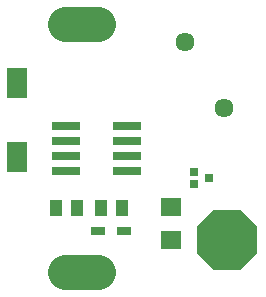
<source format=gts>
G75*
G70*
%OFA0B0*%
%FSLAX24Y24*%
%IPPOS*%
%LPD*%
%AMOC8*
5,1,8,0,0,1.08239X$1,22.5*
%
%ADD10R,0.0946X0.0316*%
%ADD11R,0.0395X0.0552*%
%ADD12R,0.0474X0.0316*%
%ADD13R,0.0710X0.0631*%
%ADD14R,0.0710X0.0986*%
%ADD15C,0.0634*%
%ADD16C,0.1175*%
%ADD17R,0.0316X0.0277*%
%ADD18OC8,0.2030*%
D10*
X003562Y004434D03*
X003562Y004934D03*
X003562Y005434D03*
X003562Y005934D03*
X005609Y005934D03*
X005609Y005434D03*
X005609Y004934D03*
X005609Y004434D03*
D11*
X003231Y003184D03*
X003940Y003184D03*
X004731Y003184D03*
X005440Y003184D03*
D12*
X005519Y002434D03*
X004652Y002434D03*
D13*
X007086Y002133D03*
X007086Y003235D03*
D14*
X001936Y004894D03*
X001936Y007374D03*
D15*
X007546Y008742D03*
X008825Y006526D03*
D16*
X004633Y009318D02*
X003538Y009318D01*
X003538Y001050D02*
X004633Y001050D01*
D17*
X007830Y003987D03*
X007830Y004381D03*
X008341Y004184D03*
D18*
X008936Y002134D03*
M02*

</source>
